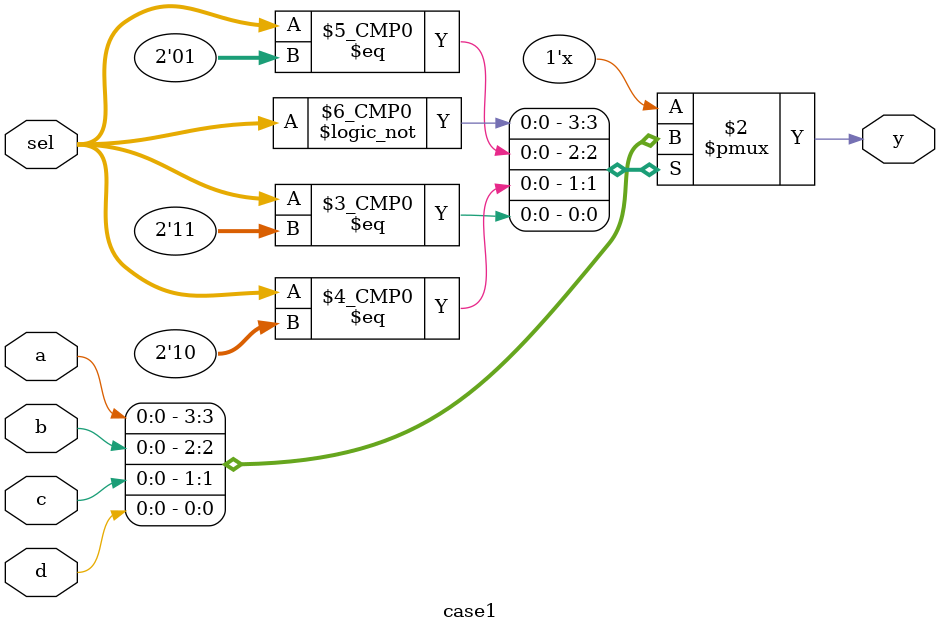
<source format=v>
module case1 (a, b, c, d, sel, y);
   input wire       a, b, c, d;
   input wire [1:0] sel;
   output reg       y;


   always @ (*) begin
     case (sel)
        0: begin: SEL_0
           y = a;
        end

        1: begin: SEL_1
           y = b;
        end

        2: begin: SEL_2
           y = c;
        end

        3: begin: SEL_3
           y = d;
        end

        default: begin: DEFAULT
           $display("Error in SEL");
        end

     endcase
   end

endmodule

</source>
